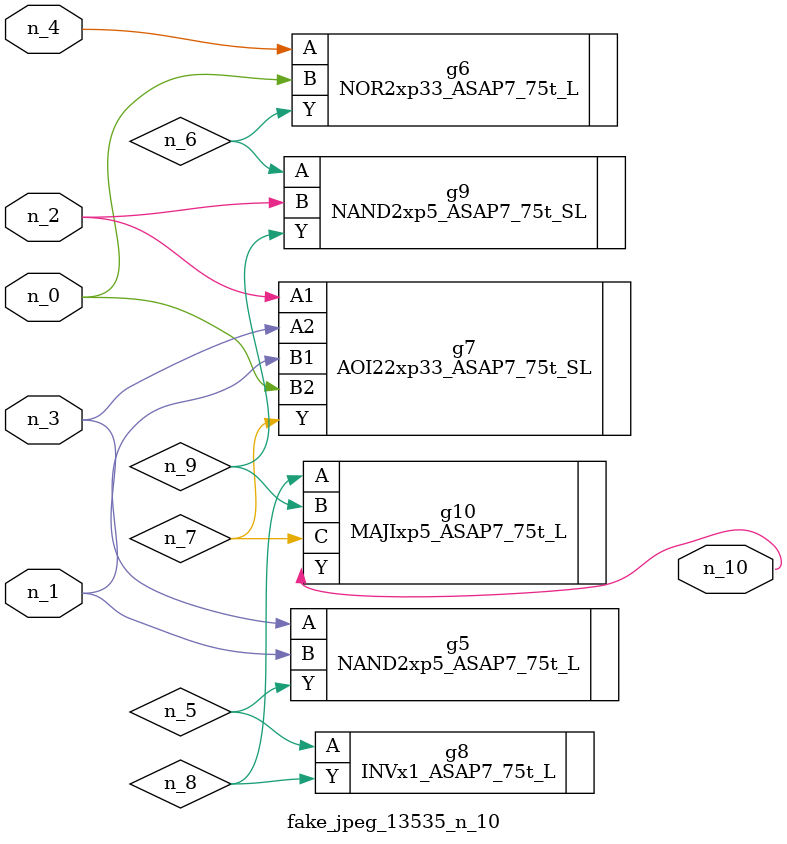
<source format=v>
module fake_jpeg_13535_n_10 (n_3, n_2, n_1, n_0, n_4, n_10);

input n_3;
input n_2;
input n_1;
input n_0;
input n_4;

output n_10;

wire n_8;
wire n_9;
wire n_6;
wire n_5;
wire n_7;

NAND2xp5_ASAP7_75t_L g5 ( 
.A(n_3),
.B(n_1),
.Y(n_5)
);

NOR2xp33_ASAP7_75t_L g6 ( 
.A(n_4),
.B(n_0),
.Y(n_6)
);

AOI22xp33_ASAP7_75t_SL g7 ( 
.A1(n_2),
.A2(n_3),
.B1(n_1),
.B2(n_0),
.Y(n_7)
);

INVx1_ASAP7_75t_L g8 ( 
.A(n_5),
.Y(n_8)
);

MAJIxp5_ASAP7_75t_L g10 ( 
.A(n_8),
.B(n_9),
.C(n_7),
.Y(n_10)
);

NAND2xp5_ASAP7_75t_SL g9 ( 
.A(n_6),
.B(n_2),
.Y(n_9)
);


endmodule
</source>
